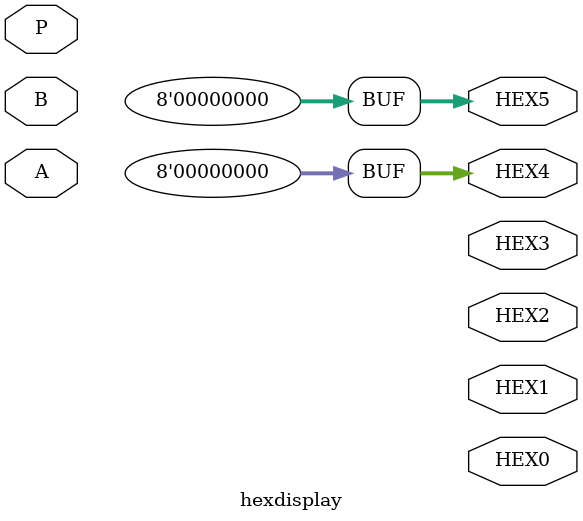
<source format=v>


module hexdisplay(

	//////////// SEG7 //////////
	output		     [7:0]		HEX0,
	output		     [7:0]		HEX1,
	output		     [7:0]		HEX2,
	output		     [7:0]		HEX3,
	output		     [7:0]		HEX4,
	output		     [7:0]		HEX5,

	input 		     [7:0]		P,
	input				  [3:0]		A,
	input				  [3:0]		B
);



//=======================================================
//  REG/WIRE declarations
//=======================================================

	


//=======================================================
//  Structural coding
//=======================================================

	assign HEX5 = 7'b0000000;
	assign HEX4 = 7'b0000000;
	
	
endmodule

</source>
